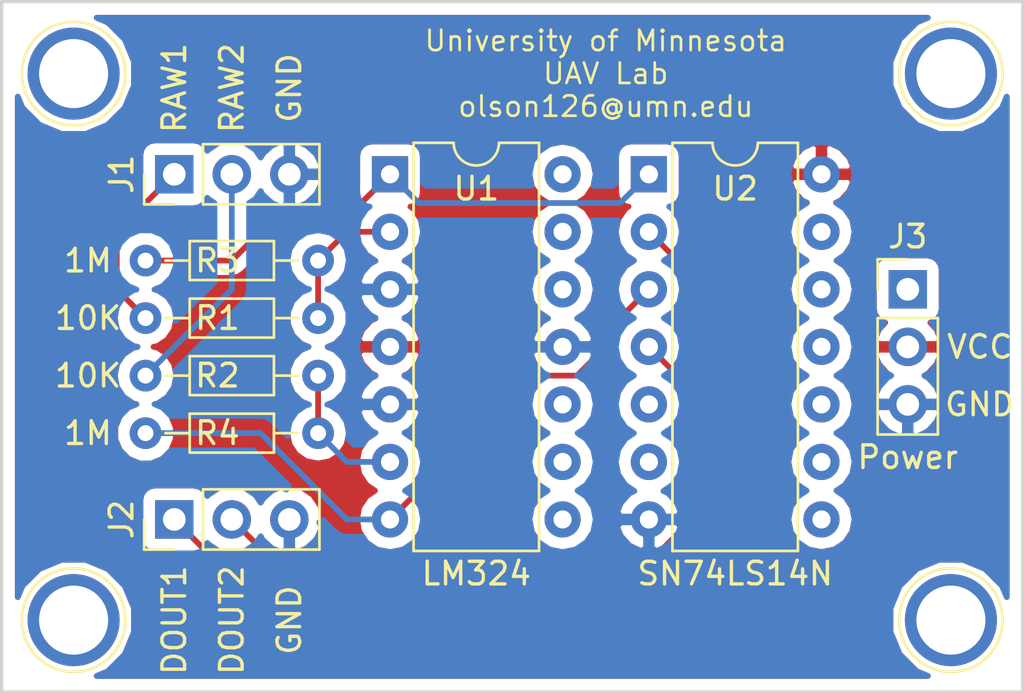
<source format=kicad_pcb>
(kicad_pcb (version 4) (host pcbnew 4.0.7)

  (general
    (links 20)
    (no_connects 0)
    (area 132.004999 96.942 177.240001 129.17)
    (thickness 1.6)
    (drawings 13)
    (tracks 37)
    (zones 0)
    (modules 13)
    (nets 20)
  )

  (page A4)
  (layers
    (0 F.Cu signal)
    (31 B.Cu signal)
    (32 B.Adhes user)
    (33 F.Adhes user)
    (34 B.Paste user)
    (35 F.Paste user)
    (36 B.SilkS user)
    (37 F.SilkS user)
    (38 B.Mask user)
    (39 F.Mask user)
    (40 Dwgs.User user)
    (41 Cmts.User user)
    (42 Eco1.User user)
    (43 Eco2.User user)
    (44 Edge.Cuts user)
    (45 Margin user)
    (46 B.CrtYd user)
    (47 F.CrtYd user)
    (48 B.Fab user)
    (49 F.Fab user)
  )

  (setup
    (last_trace_width 0.25)
    (user_trace_width 0.254)
    (user_trace_width 0.3048)
    (user_trace_width 0.508)
    (trace_clearance 0.2)
    (zone_clearance 0.508)
    (zone_45_only no)
    (trace_min 0.2)
    (segment_width 0.2)
    (edge_width 0.15)
    (via_size 0.6)
    (via_drill 0.4)
    (via_min_size 0.4)
    (via_min_drill 0.3)
    (uvia_size 0.3)
    (uvia_drill 0.1)
    (uvias_allowed no)
    (uvia_min_size 0)
    (uvia_min_drill 0)
    (pcb_text_width 0.3)
    (pcb_text_size 1.5 1.5)
    (mod_edge_width 0.15)
    (mod_text_size 1 1)
    (mod_text_width 0.15)
    (pad_size 1.524 1.524)
    (pad_drill 0.762)
    (pad_to_mask_clearance 0.2)
    (aux_axis_origin 0 0)
    (visible_elements FFFFFF7F)
    (pcbplotparams
      (layerselection 0x00030_80000001)
      (usegerberextensions false)
      (excludeedgelayer true)
      (linewidth 0.100000)
      (plotframeref false)
      (viasonmask false)
      (mode 1)
      (useauxorigin false)
      (hpglpennumber 1)
      (hpglpenspeed 20)
      (hpglpendiameter 15)
      (hpglpenoverlay 2)
      (psnegative false)
      (psa4output false)
      (plotreference true)
      (plotvalue true)
      (plotinvisibletext false)
      (padsonsilk false)
      (subtractmaskfromsilk false)
      (outputformat 1)
      (mirror false)
      (drillshape 1)
      (scaleselection 1)
      (outputdirectory ""))
  )

  (net 0 "")
  (net 1 /RAW1)
  (net 2 /RAW2)
  (net 3 GND)
  (net 4 /DOUT1)
  (net 5 /DOUT2)
  (net 6 "Net-(R1-Pad1)")
  (net 7 "Net-(R2-Pad1)")
  (net 8 /AMP1)
  (net 9 /AMP2)
  (net 10 VCC)
  (net 11 "Net-(U2-Pad8)")
  (net 12 "Net-(U2-Pad9)")
  (net 13 "Net-(U2-Pad10)")
  (net 14 "Net-(U2-Pad11)")
  (net 15 "Net-(U2-Pad5)")
  (net 16 "Net-(U2-Pad12)")
  (net 17 "Net-(U2-Pad6)")
  (net 18 "Net-(U2-Pad13)")
  (net 19 "Net-(J3-Pad1)")

  (net_class Default "This is the default net class."
    (clearance 0.2)
    (trace_width 0.25)
    (via_dia 0.6)
    (via_drill 0.4)
    (uvia_dia 0.3)
    (uvia_drill 0.1)
    (add_net /AMP1)
    (add_net /AMP2)
    (add_net /DOUT1)
    (add_net /DOUT2)
    (add_net /RAW1)
    (add_net /RAW2)
    (add_net GND)
    (add_net "Net-(J3-Pad1)")
    (add_net "Net-(R1-Pad1)")
    (add_net "Net-(R2-Pad1)")
    (add_net "Net-(U2-Pad10)")
    (add_net "Net-(U2-Pad11)")
    (add_net "Net-(U2-Pad12)")
    (add_net "Net-(U2-Pad13)")
    (add_net "Net-(U2-Pad5)")
    (add_net "Net-(U2-Pad6)")
    (add_net "Net-(U2-Pad8)")
    (add_net "Net-(U2-Pad9)")
    (add_net VCC)
  )

  (module Housings_DIP:DIP-14_W7.62mm (layer F.Cu) (tedit 5A7DC0D9) (tstamp 5A7CB20C)
    (at 149.225 105.41)
    (descr "14-lead dip package, row spacing 7.62 mm (300 mils)")
    (tags "DIL DIP PDIP 2.54mm 7.62mm 300mil")
    (path /5A7C8168)
    (fp_text reference U1 (at 3.81 0.635) (layer F.SilkS)
      (effects (font (size 1 1) (thickness 0.15)))
    )
    (fp_text value LM324 (at 3.81 17.63) (layer F.SilkS)
      (effects (font (size 1 1) (thickness 0.15)))
    )
    (fp_text user %R (at 3.81 7.62) (layer F.Fab) hide
      (effects (font (size 1 1) (thickness 0.15)))
    )
    (fp_line (start 1.635 -1.27) (end 6.985 -1.27) (layer F.Fab) (width 0.1))
    (fp_line (start 6.985 -1.27) (end 6.985 16.51) (layer F.Fab) (width 0.1))
    (fp_line (start 6.985 16.51) (end 0.635 16.51) (layer F.Fab) (width 0.1))
    (fp_line (start 0.635 16.51) (end 0.635 -0.27) (layer F.Fab) (width 0.1))
    (fp_line (start 0.635 -0.27) (end 1.635 -1.27) (layer F.Fab) (width 0.1))
    (fp_line (start 2.81 -1.39) (end 1.04 -1.39) (layer F.SilkS) (width 0.12))
    (fp_line (start 1.04 -1.39) (end 1.04 16.63) (layer F.SilkS) (width 0.12))
    (fp_line (start 1.04 16.63) (end 6.58 16.63) (layer F.SilkS) (width 0.12))
    (fp_line (start 6.58 16.63) (end 6.58 -1.39) (layer F.SilkS) (width 0.12))
    (fp_line (start 6.58 -1.39) (end 4.81 -1.39) (layer F.SilkS) (width 0.12))
    (fp_line (start -1.1 -1.6) (end -1.1 16.8) (layer F.CrtYd) (width 0.05))
    (fp_line (start -1.1 16.8) (end 8.7 16.8) (layer F.CrtYd) (width 0.05))
    (fp_line (start 8.7 16.8) (end 8.7 -1.6) (layer F.CrtYd) (width 0.05))
    (fp_line (start 8.7 -1.6) (end -1.1 -1.6) (layer F.CrtYd) (width 0.05))
    (fp_arc (start 3.81 -1.39) (end 2.81 -1.39) (angle -180) (layer F.SilkS) (width 0.12))
    (pad 1 thru_hole rect (at 0 0) (size 1.6 1.6) (drill 0.8) (layers *.Cu *.Mask)
      (net 8 /AMP1))
    (pad 8 thru_hole oval (at 7.62 15.24) (size 1.6 1.6) (drill 0.8) (layers *.Cu *.Mask))
    (pad 2 thru_hole oval (at 0 2.54) (size 1.6 1.6) (drill 0.8) (layers *.Cu *.Mask)
      (net 6 "Net-(R1-Pad1)"))
    (pad 9 thru_hole oval (at 7.62 12.7) (size 1.6 1.6) (drill 0.8) (layers *.Cu *.Mask))
    (pad 3 thru_hole oval (at 0 5.08) (size 1.6 1.6) (drill 0.8) (layers *.Cu *.Mask)
      (net 3 GND))
    (pad 10 thru_hole oval (at 7.62 10.16) (size 1.6 1.6) (drill 0.8) (layers *.Cu *.Mask))
    (pad 4 thru_hole oval (at 0 7.62) (size 1.6 1.6) (drill 0.8) (layers *.Cu *.Mask)
      (net 10 VCC))
    (pad 11 thru_hole oval (at 7.62 7.62) (size 1.6 1.6) (drill 0.8) (layers *.Cu *.Mask)
      (net 3 GND))
    (pad 5 thru_hole oval (at 0 10.16) (size 1.6 1.6) (drill 0.8) (layers *.Cu *.Mask)
      (net 3 GND))
    (pad 12 thru_hole oval (at 7.62 5.08) (size 1.6 1.6) (drill 0.8) (layers *.Cu *.Mask))
    (pad 6 thru_hole oval (at 0 12.7) (size 1.6 1.6) (drill 0.8) (layers *.Cu *.Mask)
      (net 7 "Net-(R2-Pad1)"))
    (pad 13 thru_hole oval (at 7.62 2.54) (size 1.6 1.6) (drill 0.8) (layers *.Cu *.Mask))
    (pad 7 thru_hole oval (at 0 15.24) (size 1.6 1.6) (drill 0.8) (layers *.Cu *.Mask)
      (net 9 /AMP2))
    (pad 14 thru_hole oval (at 7.62 0) (size 1.6 1.6) (drill 0.8) (layers *.Cu *.Mask))
    (model ${KISYS3DMOD}/Housings_DIP.3dshapes/DIP-14_W7.62mm.wrl
      (at (xyz 0 0 0))
      (scale (xyz 1 1 1))
      (rotate (xyz 0 0 0))
    )
  )

  (module Pin_Headers:Pin_Header_Straight_1x03_Pitch2.54mm (layer F.Cu) (tedit 5A7CBCE2) (tstamp 5A7CB1DB)
    (at 139.7 105.41 90)
    (descr "Through hole straight pin header, 1x03, 2.54mm pitch, single row")
    (tags "Through hole pin header THT 1x03 2.54mm single row")
    (path /5A7C8F0C)
    (fp_text reference J1 (at 0 -2.33 90) (layer F.SilkS)
      (effects (font (size 1 1) (thickness 0.15)))
    )
    (fp_text value "Analog In" (at 0 7.41 90) (layer F.Fab) hide
      (effects (font (size 1 1) (thickness 0.15)))
    )
    (fp_line (start -0.635 -1.27) (end 1.27 -1.27) (layer F.Fab) (width 0.1))
    (fp_line (start 1.27 -1.27) (end 1.27 6.35) (layer F.Fab) (width 0.1))
    (fp_line (start 1.27 6.35) (end -1.27 6.35) (layer F.Fab) (width 0.1))
    (fp_line (start -1.27 6.35) (end -1.27 -0.635) (layer F.Fab) (width 0.1))
    (fp_line (start -1.27 -0.635) (end -0.635 -1.27) (layer F.Fab) (width 0.1))
    (fp_line (start -1.33 6.41) (end 1.33 6.41) (layer F.SilkS) (width 0.12))
    (fp_line (start -1.33 1.27) (end -1.33 6.41) (layer F.SilkS) (width 0.12))
    (fp_line (start 1.33 1.27) (end 1.33 6.41) (layer F.SilkS) (width 0.12))
    (fp_line (start -1.33 1.27) (end 1.33 1.27) (layer F.SilkS) (width 0.12))
    (fp_line (start -1.33 0) (end -1.33 -1.33) (layer F.SilkS) (width 0.12))
    (fp_line (start -1.33 -1.33) (end 0 -1.33) (layer F.SilkS) (width 0.12))
    (fp_line (start -1.8 -1.8) (end -1.8 6.85) (layer F.CrtYd) (width 0.05))
    (fp_line (start -1.8 6.85) (end 1.8 6.85) (layer F.CrtYd) (width 0.05))
    (fp_line (start 1.8 6.85) (end 1.8 -1.8) (layer F.CrtYd) (width 0.05))
    (fp_line (start 1.8 -1.8) (end -1.8 -1.8) (layer F.CrtYd) (width 0.05))
    (fp_text user %R (at 0 2.54 180) (layer F.Fab)
      (effects (font (size 1 1) (thickness 0.15)))
    )
    (pad 1 thru_hole rect (at 0 0 90) (size 1.7 1.7) (drill 1) (layers *.Cu *.Mask)
      (net 1 /RAW1))
    (pad 2 thru_hole oval (at 0 2.54 90) (size 1.7 1.7) (drill 1) (layers *.Cu *.Mask)
      (net 2 /RAW2))
    (pad 3 thru_hole oval (at 0 5.08 90) (size 1.7 1.7) (drill 1) (layers *.Cu *.Mask)
      (net 3 GND))
    (model ${KISYS3DMOD}/Pin_Headers.3dshapes/Pin_Header_Straight_1x03_Pitch2.54mm.wrl
      (at (xyz 0 0 0))
      (scale (xyz 1 1 1))
      (rotate (xyz 0 0 0))
    )
  )

  (module Pin_Headers:Pin_Header_Straight_1x03_Pitch2.54mm (layer F.Cu) (tedit 5A7CBCE5) (tstamp 5A7CB1E2)
    (at 139.7 120.65 90)
    (descr "Through hole straight pin header, 1x03, 2.54mm pitch, single row")
    (tags "Through hole pin header THT 1x03 2.54mm single row")
    (path /5A7CAACC)
    (fp_text reference J2 (at 0 -2.33 90) (layer F.SilkS)
      (effects (font (size 1 1) (thickness 0.15)))
    )
    (fp_text value "Digital Out" (at 0 7.41 90) (layer F.Fab) hide
      (effects (font (size 1 1) (thickness 0.15)))
    )
    (fp_line (start -0.635 -1.27) (end 1.27 -1.27) (layer F.Fab) (width 0.1))
    (fp_line (start 1.27 -1.27) (end 1.27 6.35) (layer F.Fab) (width 0.1))
    (fp_line (start 1.27 6.35) (end -1.27 6.35) (layer F.Fab) (width 0.1))
    (fp_line (start -1.27 6.35) (end -1.27 -0.635) (layer F.Fab) (width 0.1))
    (fp_line (start -1.27 -0.635) (end -0.635 -1.27) (layer F.Fab) (width 0.1))
    (fp_line (start -1.33 6.41) (end 1.33 6.41) (layer F.SilkS) (width 0.12))
    (fp_line (start -1.33 1.27) (end -1.33 6.41) (layer F.SilkS) (width 0.12))
    (fp_line (start 1.33 1.27) (end 1.33 6.41) (layer F.SilkS) (width 0.12))
    (fp_line (start -1.33 1.27) (end 1.33 1.27) (layer F.SilkS) (width 0.12))
    (fp_line (start -1.33 0) (end -1.33 -1.33) (layer F.SilkS) (width 0.12))
    (fp_line (start -1.33 -1.33) (end 0 -1.33) (layer F.SilkS) (width 0.12))
    (fp_line (start -1.8 -1.8) (end -1.8 6.85) (layer F.CrtYd) (width 0.05))
    (fp_line (start -1.8 6.85) (end 1.8 6.85) (layer F.CrtYd) (width 0.05))
    (fp_line (start 1.8 6.85) (end 1.8 -1.8) (layer F.CrtYd) (width 0.05))
    (fp_line (start 1.8 -1.8) (end -1.8 -1.8) (layer F.CrtYd) (width 0.05))
    (fp_text user %R (at 0 2.54 180) (layer F.Fab)
      (effects (font (size 1 1) (thickness 0.15)))
    )
    (pad 1 thru_hole rect (at 0 0 90) (size 1.7 1.7) (drill 1) (layers *.Cu *.Mask)
      (net 4 /DOUT1))
    (pad 2 thru_hole oval (at 0 2.54 90) (size 1.7 1.7) (drill 1) (layers *.Cu *.Mask)
      (net 5 /DOUT2))
    (pad 3 thru_hole oval (at 0 5.08 90) (size 1.7 1.7) (drill 1) (layers *.Cu *.Mask)
      (net 3 GND))
    (model ${KISYS3DMOD}/Pin_Headers.3dshapes/Pin_Header_Straight_1x03_Pitch2.54mm.wrl
      (at (xyz 0 0 0))
      (scale (xyz 1 1 1))
      (rotate (xyz 0 0 0))
    )
  )

  (module Resistors_THT:R_Axial_DIN0204_L3.6mm_D1.6mm_P7.62mm_Horizontal (layer F.Cu) (tedit 5A7CB95A) (tstamp 5A7CB1E8)
    (at 146.05 111.76 180)
    (descr "Resistor, Axial_DIN0204 series, Axial, Horizontal, pin pitch=7.62mm, 0.16666666666666666W = 1/6W, length*diameter=3.6*1.6mm^2, http://cdn-reichelt.de/documents/datenblatt/B400/1_4W%23YAG.pdf")
    (tags "Resistor Axial_DIN0204 series Axial Horizontal pin pitch 7.62mm 0.16666666666666666W = 1/6W length 3.6mm diameter 1.6mm")
    (path /5A7C8874)
    (fp_text reference R1 (at 4.445 0 180) (layer F.SilkS)
      (effects (font (size 1 1) (thickness 0.15)))
    )
    (fp_text value 10K (at 10.16 0 180) (layer F.SilkS)
      (effects (font (size 1 1) (thickness 0.15)))
    )
    (fp_line (start 2.01 -0.8) (end 2.01 0.8) (layer F.Fab) (width 0.1))
    (fp_line (start 2.01 0.8) (end 5.61 0.8) (layer F.Fab) (width 0.1))
    (fp_line (start 5.61 0.8) (end 5.61 -0.8) (layer F.Fab) (width 0.1))
    (fp_line (start 5.61 -0.8) (end 2.01 -0.8) (layer F.Fab) (width 0.1))
    (fp_line (start 0 0) (end 2.01 0) (layer F.Fab) (width 0.1))
    (fp_line (start 7.62 0) (end 5.61 0) (layer F.Fab) (width 0.1))
    (fp_line (start 1.95 -0.86) (end 1.95 0.86) (layer F.SilkS) (width 0.12))
    (fp_line (start 1.95 0.86) (end 5.67 0.86) (layer F.SilkS) (width 0.12))
    (fp_line (start 5.67 0.86) (end 5.67 -0.86) (layer F.SilkS) (width 0.12))
    (fp_line (start 5.67 -0.86) (end 1.95 -0.86) (layer F.SilkS) (width 0.12))
    (fp_line (start 0.88 0) (end 1.95 0) (layer F.SilkS) (width 0.12))
    (fp_line (start 6.74 0) (end 5.67 0) (layer F.SilkS) (width 0.12))
    (fp_line (start -0.95 -1.15) (end -0.95 1.15) (layer F.CrtYd) (width 0.05))
    (fp_line (start -0.95 1.15) (end 8.6 1.15) (layer F.CrtYd) (width 0.05))
    (fp_line (start 8.6 1.15) (end 8.6 -1.15) (layer F.CrtYd) (width 0.05))
    (fp_line (start 8.6 -1.15) (end -0.95 -1.15) (layer F.CrtYd) (width 0.05))
    (pad 1 thru_hole circle (at 0 0 180) (size 1.4 1.4) (drill 0.7) (layers *.Cu *.Mask)
      (net 6 "Net-(R1-Pad1)"))
    (pad 2 thru_hole oval (at 7.62 0 180) (size 1.4 1.4) (drill 0.7) (layers *.Cu *.Mask)
      (net 1 /RAW1))
    (model ${KISYS3DMOD}/Resistors_THT.3dshapes/R_Axial_DIN0204_L3.6mm_D1.6mm_P7.62mm_Horizontal.wrl
      (at (xyz 0 0 0))
      (scale (xyz 0.393701 0.393701 0.393701))
      (rotate (xyz 0 0 0))
    )
  )

  (module Resistors_THT:R_Axial_DIN0204_L3.6mm_D1.6mm_P7.62mm_Horizontal (layer F.Cu) (tedit 5A7CB95F) (tstamp 5A7CB1EE)
    (at 146.05 114.3 180)
    (descr "Resistor, Axial_DIN0204 series, Axial, Horizontal, pin pitch=7.62mm, 0.16666666666666666W = 1/6W, length*diameter=3.6*1.6mm^2, http://cdn-reichelt.de/documents/datenblatt/B400/1_4W%23YAG.pdf")
    (tags "Resistor Axial_DIN0204 series Axial Horizontal pin pitch 7.62mm 0.16666666666666666W = 1/6W length 3.6mm diameter 1.6mm")
    (path /5A7C890E)
    (fp_text reference R2 (at 4.445 0 180) (layer F.SilkS)
      (effects (font (size 1 1) (thickness 0.15)))
    )
    (fp_text value 10K (at 10.16 0 180) (layer F.SilkS)
      (effects (font (size 1 1) (thickness 0.15)))
    )
    (fp_line (start 2.01 -0.8) (end 2.01 0.8) (layer F.Fab) (width 0.1))
    (fp_line (start 2.01 0.8) (end 5.61 0.8) (layer F.Fab) (width 0.1))
    (fp_line (start 5.61 0.8) (end 5.61 -0.8) (layer F.Fab) (width 0.1))
    (fp_line (start 5.61 -0.8) (end 2.01 -0.8) (layer F.Fab) (width 0.1))
    (fp_line (start 0 0) (end 2.01 0) (layer F.Fab) (width 0.1))
    (fp_line (start 7.62 0) (end 5.61 0) (layer F.Fab) (width 0.1))
    (fp_line (start 1.95 -0.86) (end 1.95 0.86) (layer F.SilkS) (width 0.12))
    (fp_line (start 1.95 0.86) (end 5.67 0.86) (layer F.SilkS) (width 0.12))
    (fp_line (start 5.67 0.86) (end 5.67 -0.86) (layer F.SilkS) (width 0.12))
    (fp_line (start 5.67 -0.86) (end 1.95 -0.86) (layer F.SilkS) (width 0.12))
    (fp_line (start 0.88 0) (end 1.95 0) (layer F.SilkS) (width 0.12))
    (fp_line (start 6.74 0) (end 5.67 0) (layer F.SilkS) (width 0.12))
    (fp_line (start -0.95 -1.15) (end -0.95 1.15) (layer F.CrtYd) (width 0.05))
    (fp_line (start -0.95 1.15) (end 8.6 1.15) (layer F.CrtYd) (width 0.05))
    (fp_line (start 8.6 1.15) (end 8.6 -1.15) (layer F.CrtYd) (width 0.05))
    (fp_line (start 8.6 -1.15) (end -0.95 -1.15) (layer F.CrtYd) (width 0.05))
    (pad 1 thru_hole circle (at 0 0 180) (size 1.4 1.4) (drill 0.7) (layers *.Cu *.Mask)
      (net 7 "Net-(R2-Pad1)"))
    (pad 2 thru_hole oval (at 7.62 0 180) (size 1.4 1.4) (drill 0.7) (layers *.Cu *.Mask)
      (net 2 /RAW2))
    (model ${KISYS3DMOD}/Resistors_THT.3dshapes/R_Axial_DIN0204_L3.6mm_D1.6mm_P7.62mm_Horizontal.wrl
      (at (xyz 0 0 0))
      (scale (xyz 0.393701 0.393701 0.393701))
      (rotate (xyz 0 0 0))
    )
  )

  (module Resistors_THT:R_Axial_DIN0204_L3.6mm_D1.6mm_P7.62mm_Horizontal (layer F.Cu) (tedit 5A7CB954) (tstamp 5A7CB1F4)
    (at 138.43 109.22)
    (descr "Resistor, Axial_DIN0204 series, Axial, Horizontal, pin pitch=7.62mm, 0.16666666666666666W = 1/6W, length*diameter=3.6*1.6mm^2, http://cdn-reichelt.de/documents/datenblatt/B400/1_4W%23YAG.pdf")
    (tags "Resistor Axial_DIN0204 series Axial Horizontal pin pitch 7.62mm 0.16666666666666666W = 1/6W length 3.6mm diameter 1.6mm")
    (path /5A7C894A)
    (fp_text reference R3 (at 3.175 0) (layer F.SilkS)
      (effects (font (size 1 1) (thickness 0.15)))
    )
    (fp_text value 1M (at -2.54 0) (layer F.SilkS)
      (effects (font (size 1 1) (thickness 0.15)))
    )
    (fp_line (start 2.01 -0.8) (end 2.01 0.8) (layer F.Fab) (width 0.1))
    (fp_line (start 2.01 0.8) (end 5.61 0.8) (layer F.Fab) (width 0.1))
    (fp_line (start 5.61 0.8) (end 5.61 -0.8) (layer F.Fab) (width 0.1))
    (fp_line (start 5.61 -0.8) (end 2.01 -0.8) (layer F.Fab) (width 0.1))
    (fp_line (start 0 0) (end 2.01 0) (layer F.Fab) (width 0.1))
    (fp_line (start 7.62 0) (end 5.61 0) (layer F.Fab) (width 0.1))
    (fp_line (start 1.95 -0.86) (end 1.95 0.86) (layer F.SilkS) (width 0.12))
    (fp_line (start 1.95 0.86) (end 5.67 0.86) (layer F.SilkS) (width 0.12))
    (fp_line (start 5.67 0.86) (end 5.67 -0.86) (layer F.SilkS) (width 0.12))
    (fp_line (start 5.67 -0.86) (end 1.95 -0.86) (layer F.SilkS) (width 0.12))
    (fp_line (start 0.88 0) (end 1.95 0) (layer F.SilkS) (width 0.12))
    (fp_line (start 6.74 0) (end 5.67 0) (layer F.SilkS) (width 0.12))
    (fp_line (start -0.95 -1.15) (end -0.95 1.15) (layer F.CrtYd) (width 0.05))
    (fp_line (start -0.95 1.15) (end 8.6 1.15) (layer F.CrtYd) (width 0.05))
    (fp_line (start 8.6 1.15) (end 8.6 -1.15) (layer F.CrtYd) (width 0.05))
    (fp_line (start 8.6 -1.15) (end -0.95 -1.15) (layer F.CrtYd) (width 0.05))
    (pad 1 thru_hole circle (at 0 0) (size 1.4 1.4) (drill 0.7) (layers *.Cu *.Mask)
      (net 8 /AMP1))
    (pad 2 thru_hole oval (at 7.62 0) (size 1.4 1.4) (drill 0.7) (layers *.Cu *.Mask)
      (net 6 "Net-(R1-Pad1)"))
    (model ${KISYS3DMOD}/Resistors_THT.3dshapes/R_Axial_DIN0204_L3.6mm_D1.6mm_P7.62mm_Horizontal.wrl
      (at (xyz 0 0 0))
      (scale (xyz 0.393701 0.393701 0.393701))
      (rotate (xyz 0 0 0))
    )
  )

  (module Resistors_THT:R_Axial_DIN0204_L3.6mm_D1.6mm_P7.62mm_Horizontal (layer F.Cu) (tedit 5A7CB965) (tstamp 5A7CB1FA)
    (at 138.43 116.84)
    (descr "Resistor, Axial_DIN0204 series, Axial, Horizontal, pin pitch=7.62mm, 0.16666666666666666W = 1/6W, length*diameter=3.6*1.6mm^2, http://cdn-reichelt.de/documents/datenblatt/B400/1_4W%23YAG.pdf")
    (tags "Resistor Axial_DIN0204 series Axial Horizontal pin pitch 7.62mm 0.16666666666666666W = 1/6W length 3.6mm diameter 1.6mm")
    (path /5A7C8A4D)
    (fp_text reference R4 (at 3.175 0) (layer F.SilkS)
      (effects (font (size 1 1) (thickness 0.15)))
    )
    (fp_text value 1M (at -2.54 0) (layer F.SilkS)
      (effects (font (size 1 1) (thickness 0.15)))
    )
    (fp_line (start 2.01 -0.8) (end 2.01 0.8) (layer F.Fab) (width 0.1))
    (fp_line (start 2.01 0.8) (end 5.61 0.8) (layer F.Fab) (width 0.1))
    (fp_line (start 5.61 0.8) (end 5.61 -0.8) (layer F.Fab) (width 0.1))
    (fp_line (start 5.61 -0.8) (end 2.01 -0.8) (layer F.Fab) (width 0.1))
    (fp_line (start 0 0) (end 2.01 0) (layer F.Fab) (width 0.1))
    (fp_line (start 7.62 0) (end 5.61 0) (layer F.Fab) (width 0.1))
    (fp_line (start 1.95 -0.86) (end 1.95 0.86) (layer F.SilkS) (width 0.12))
    (fp_line (start 1.95 0.86) (end 5.67 0.86) (layer F.SilkS) (width 0.12))
    (fp_line (start 5.67 0.86) (end 5.67 -0.86) (layer F.SilkS) (width 0.12))
    (fp_line (start 5.67 -0.86) (end 1.95 -0.86) (layer F.SilkS) (width 0.12))
    (fp_line (start 0.88 0) (end 1.95 0) (layer F.SilkS) (width 0.12))
    (fp_line (start 6.74 0) (end 5.67 0) (layer F.SilkS) (width 0.12))
    (fp_line (start -0.95 -1.15) (end -0.95 1.15) (layer F.CrtYd) (width 0.05))
    (fp_line (start -0.95 1.15) (end 8.6 1.15) (layer F.CrtYd) (width 0.05))
    (fp_line (start 8.6 1.15) (end 8.6 -1.15) (layer F.CrtYd) (width 0.05))
    (fp_line (start 8.6 -1.15) (end -0.95 -1.15) (layer F.CrtYd) (width 0.05))
    (pad 1 thru_hole circle (at 0 0) (size 1.4 1.4) (drill 0.7) (layers *.Cu *.Mask)
      (net 9 /AMP2))
    (pad 2 thru_hole oval (at 7.62 0) (size 1.4 1.4) (drill 0.7) (layers *.Cu *.Mask)
      (net 7 "Net-(R2-Pad1)"))
    (model ${KISYS3DMOD}/Resistors_THT.3dshapes/R_Axial_DIN0204_L3.6mm_D1.6mm_P7.62mm_Horizontal.wrl
      (at (xyz 0 0 0))
      (scale (xyz 0.393701 0.393701 0.393701))
      (rotate (xyz 0 0 0))
    )
  )

  (module Housings_DIP:DIP-14_W7.62mm (layer F.Cu) (tedit 5A7DC0DC) (tstamp 5A7CB21E)
    (at 160.655 105.41)
    (descr "14-lead dip package, row spacing 7.62 mm (300 mils)")
    (tags "DIL DIP PDIP 2.54mm 7.62mm 300mil")
    (path /5A7CA574)
    (fp_text reference U2 (at 3.81 0.635) (layer F.SilkS)
      (effects (font (size 1 1) (thickness 0.15)))
    )
    (fp_text value SN74LS14N (at 3.81 17.63) (layer F.SilkS)
      (effects (font (size 1 1) (thickness 0.15)))
    )
    (fp_text user %R (at 3.81 7.62) (layer F.Fab) hide
      (effects (font (size 1 1) (thickness 0.15)))
    )
    (fp_line (start 1.635 -1.27) (end 6.985 -1.27) (layer F.Fab) (width 0.1))
    (fp_line (start 6.985 -1.27) (end 6.985 16.51) (layer F.Fab) (width 0.1))
    (fp_line (start 6.985 16.51) (end 0.635 16.51) (layer F.Fab) (width 0.1))
    (fp_line (start 0.635 16.51) (end 0.635 -0.27) (layer F.Fab) (width 0.1))
    (fp_line (start 0.635 -0.27) (end 1.635 -1.27) (layer F.Fab) (width 0.1))
    (fp_line (start 2.81 -1.39) (end 1.04 -1.39) (layer F.SilkS) (width 0.12))
    (fp_line (start 1.04 -1.39) (end 1.04 16.63) (layer F.SilkS) (width 0.12))
    (fp_line (start 1.04 16.63) (end 6.58 16.63) (layer F.SilkS) (width 0.12))
    (fp_line (start 6.58 16.63) (end 6.58 -1.39) (layer F.SilkS) (width 0.12))
    (fp_line (start 6.58 -1.39) (end 4.81 -1.39) (layer F.SilkS) (width 0.12))
    (fp_line (start -1.1 -1.6) (end -1.1 16.8) (layer F.CrtYd) (width 0.05))
    (fp_line (start -1.1 16.8) (end 8.7 16.8) (layer F.CrtYd) (width 0.05))
    (fp_line (start 8.7 16.8) (end 8.7 -1.6) (layer F.CrtYd) (width 0.05))
    (fp_line (start 8.7 -1.6) (end -1.1 -1.6) (layer F.CrtYd) (width 0.05))
    (fp_arc (start 3.81 -1.39) (end 2.81 -1.39) (angle -180) (layer F.SilkS) (width 0.12))
    (pad 1 thru_hole rect (at 0 0) (size 1.6 1.6) (drill 0.8) (layers *.Cu *.Mask)
      (net 8 /AMP1))
    (pad 8 thru_hole oval (at 7.62 15.24) (size 1.6 1.6) (drill 0.8) (layers *.Cu *.Mask)
      (net 11 "Net-(U2-Pad8)"))
    (pad 2 thru_hole oval (at 0 2.54) (size 1.6 1.6) (drill 0.8) (layers *.Cu *.Mask)
      (net 4 /DOUT1))
    (pad 9 thru_hole oval (at 7.62 12.7) (size 1.6 1.6) (drill 0.8) (layers *.Cu *.Mask)
      (net 12 "Net-(U2-Pad9)"))
    (pad 3 thru_hole oval (at 0 5.08) (size 1.6 1.6) (drill 0.8) (layers *.Cu *.Mask)
      (net 9 /AMP2))
    (pad 10 thru_hole oval (at 7.62 10.16) (size 1.6 1.6) (drill 0.8) (layers *.Cu *.Mask)
      (net 13 "Net-(U2-Pad10)"))
    (pad 4 thru_hole oval (at 0 7.62) (size 1.6 1.6) (drill 0.8) (layers *.Cu *.Mask)
      (net 5 /DOUT2))
    (pad 11 thru_hole oval (at 7.62 7.62) (size 1.6 1.6) (drill 0.8) (layers *.Cu *.Mask)
      (net 14 "Net-(U2-Pad11)"))
    (pad 5 thru_hole oval (at 0 10.16) (size 1.6 1.6) (drill 0.8) (layers *.Cu *.Mask)
      (net 15 "Net-(U2-Pad5)"))
    (pad 12 thru_hole oval (at 7.62 5.08) (size 1.6 1.6) (drill 0.8) (layers *.Cu *.Mask)
      (net 16 "Net-(U2-Pad12)"))
    (pad 6 thru_hole oval (at 0 12.7) (size 1.6 1.6) (drill 0.8) (layers *.Cu *.Mask)
      (net 17 "Net-(U2-Pad6)"))
    (pad 13 thru_hole oval (at 7.62 2.54) (size 1.6 1.6) (drill 0.8) (layers *.Cu *.Mask)
      (net 18 "Net-(U2-Pad13)"))
    (pad 7 thru_hole oval (at 0 15.24) (size 1.6 1.6) (drill 0.8) (layers *.Cu *.Mask)
      (net 3 GND))
    (pad 14 thru_hole oval (at 7.62 0) (size 1.6 1.6) (drill 0.8) (layers *.Cu *.Mask)
      (net 10 VCC))
    (model ${KISYS3DMOD}/Housings_DIP.3dshapes/DIP-14_W7.62mm.wrl
      (at (xyz 0 0 0))
      (scale (xyz 1 1 1))
      (rotate (xyz 0 0 0))
    )
  )

  (module Connectors:1pin (layer F.Cu) (tedit 5A7CBBC0) (tstamp 5A7CBB3B)
    (at 135.255 100.965)
    (descr "module 1 pin (ou trou mecanique de percage)")
    (tags DEV)
    (fp_text reference REF** (at 0 -3.048) (layer F.SilkS) hide
      (effects (font (size 1 1) (thickness 0.15)))
    )
    (fp_text value 1pin (at 0 3) (layer F.Fab) hide
      (effects (font (size 1 1) (thickness 0.15)))
    )
    (fp_circle (center 0 0) (end 2 0.8) (layer F.Fab) (width 0.1))
    (fp_circle (center 0 0) (end 2.6 0) (layer F.CrtYd) (width 0.05))
    (fp_circle (center 0 0) (end 0 -2.286) (layer F.SilkS) (width 0.12))
    (pad 1 thru_hole circle (at 0 0) (size 4.064 4.064) (drill 3.048) (layers *.Cu *.Mask))
  )

  (module Connectors:1pin (layer F.Cu) (tedit 5A7CBBC3) (tstamp 5A7CBB54)
    (at 135.255 125.095)
    (descr "module 1 pin (ou trou mecanique de percage)")
    (tags DEV)
    (fp_text reference REF** (at 0 -3.048) (layer F.SilkS) hide
      (effects (font (size 1 1) (thickness 0.15)))
    )
    (fp_text value 1pin (at 0 3) (layer F.Fab) hide
      (effects (font (size 1 1) (thickness 0.15)))
    )
    (fp_circle (center 0 0) (end 2 0.8) (layer F.Fab) (width 0.1))
    (fp_circle (center 0 0) (end 2.6 0) (layer F.CrtYd) (width 0.05))
    (fp_circle (center 0 0) (end 0 -2.286) (layer F.SilkS) (width 0.12))
    (pad 1 thru_hole circle (at 0 0) (size 4.064 4.064) (drill 3.048) (layers *.Cu *.Mask))
  )

  (module Connectors:1pin (layer F.Cu) (tedit 5A7CBBBA) (tstamp 5A7CBB6B)
    (at 173.99 125.095)
    (descr "module 1 pin (ou trou mecanique de percage)")
    (tags DEV)
    (fp_text reference REF** (at 0 -3.048) (layer F.SilkS) hide
      (effects (font (size 1 1) (thickness 0.15)))
    )
    (fp_text value 1pin (at 0 3) (layer F.Fab) hide
      (effects (font (size 1 1) (thickness 0.15)))
    )
    (fp_circle (center 0 0) (end 2 0.8) (layer F.Fab) (width 0.1))
    (fp_circle (center 0 0) (end 2.6 0) (layer F.CrtYd) (width 0.05))
    (fp_circle (center 0 0) (end 0 -2.286) (layer F.SilkS) (width 0.12))
    (pad 1 thru_hole circle (at 0 0) (size 4.064 4.064) (drill 3.048) (layers *.Cu *.Mask))
  )

  (module Connectors:1pin (layer F.Cu) (tedit 5A7CBBBD) (tstamp 5A7CBB7E)
    (at 173.99 100.965)
    (descr "module 1 pin (ou trou mecanique de percage)")
    (tags DEV)
    (fp_text reference REF** (at 0 -3.048) (layer F.SilkS) hide
      (effects (font (size 1 1) (thickness 0.15)))
    )
    (fp_text value 1pin (at 0 3) (layer F.Fab) hide
      (effects (font (size 1 1) (thickness 0.15)))
    )
    (fp_circle (center 0 0) (end 2 0.8) (layer F.Fab) (width 0.1))
    (fp_circle (center 0 0) (end 2.6 0) (layer F.CrtYd) (width 0.05))
    (fp_circle (center 0 0) (end 0 -2.286) (layer F.SilkS) (width 0.12))
    (pad 1 thru_hole circle (at 0 0) (size 4.064 4.064) (drill 3.048) (layers *.Cu *.Mask))
  )

  (module Pin_Headers:Pin_Header_Straight_1x03_Pitch2.54mm (layer F.Cu) (tedit 5A7DC11B) (tstamp 5A7DC0BC)
    (at 172.085 110.49)
    (descr "Through hole straight pin header, 1x03, 2.54mm pitch, single row")
    (tags "Through hole pin header THT 1x03 2.54mm single row")
    (path /5A7DC107)
    (fp_text reference J3 (at 0 -2.33) (layer F.SilkS)
      (effects (font (size 1 1) (thickness 0.15)))
    )
    (fp_text value Power (at 0 7.41) (layer F.SilkS)
      (effects (font (size 1 1) (thickness 0.15)))
    )
    (fp_line (start -0.635 -1.27) (end 1.27 -1.27) (layer F.Fab) (width 0.1))
    (fp_line (start 1.27 -1.27) (end 1.27 6.35) (layer F.Fab) (width 0.1))
    (fp_line (start 1.27 6.35) (end -1.27 6.35) (layer F.Fab) (width 0.1))
    (fp_line (start -1.27 6.35) (end -1.27 -0.635) (layer F.Fab) (width 0.1))
    (fp_line (start -1.27 -0.635) (end -0.635 -1.27) (layer F.Fab) (width 0.1))
    (fp_line (start -1.33 6.41) (end 1.33 6.41) (layer F.SilkS) (width 0.12))
    (fp_line (start -1.33 1.27) (end -1.33 6.41) (layer F.SilkS) (width 0.12))
    (fp_line (start 1.33 1.27) (end 1.33 6.41) (layer F.SilkS) (width 0.12))
    (fp_line (start -1.33 1.27) (end 1.33 1.27) (layer F.SilkS) (width 0.12))
    (fp_line (start -1.33 0) (end -1.33 -1.33) (layer F.SilkS) (width 0.12))
    (fp_line (start -1.33 -1.33) (end 0 -1.33) (layer F.SilkS) (width 0.12))
    (fp_line (start -1.8 -1.8) (end -1.8 6.85) (layer F.CrtYd) (width 0.05))
    (fp_line (start -1.8 6.85) (end 1.8 6.85) (layer F.CrtYd) (width 0.05))
    (fp_line (start 1.8 6.85) (end 1.8 -1.8) (layer F.CrtYd) (width 0.05))
    (fp_line (start 1.8 -1.8) (end -1.8 -1.8) (layer F.CrtYd) (width 0.05))
    (fp_text user %R (at 0 2.54 90) (layer F.Fab)
      (effects (font (size 1 1) (thickness 0.15)))
    )
    (pad 1 thru_hole rect (at 0 0) (size 1.7 1.7) (drill 1) (layers *.Cu *.Mask)
      (net 19 "Net-(J3-Pad1)"))
    (pad 2 thru_hole oval (at 0 2.54) (size 1.7 1.7) (drill 1) (layers *.Cu *.Mask)
      (net 10 VCC))
    (pad 3 thru_hole oval (at 0 5.08) (size 1.7 1.7) (drill 1) (layers *.Cu *.Mask)
      (net 3 GND))
    (model ${KISYS3DMOD}/Pin_Headers.3dshapes/Pin_Header_Straight_1x03_Pitch2.54mm.wrl
      (at (xyz 0 0 0))
      (scale (xyz 1 1 1))
      (rotate (xyz 0 0 0))
    )
  )

  (gr_line (start 177.165 128.27) (end 132.08 128.27) (angle 90) (layer Edge.Cuts) (width 0.15))
  (gr_line (start 177.165 97.79) (end 177.165 128.27) (angle 90) (layer Edge.Cuts) (width 0.15))
  (gr_line (start 132.08 97.79) (end 177.165 97.79) (angle 90) (layer Edge.Cuts) (width 0.15))
  (gr_text GND (at 175.26 115.57) (layer F.SilkS)
    (effects (font (size 1 1) (thickness 0.15)))
  )
  (gr_text VCC (at 175.26 113.03) (layer F.SilkS)
    (effects (font (size 1 1) (thickness 0.15)))
  )
  (gr_line (start 132.08 97.79) (end 132.08 128.27) (angle 90) (layer Edge.Cuts) (width 0.15))
  (gr_text "University of Minnesota\nUAV Lab\nolson126@umn.edu" (at 158.75 100.965) (layer F.SilkS)
    (effects (font (size 0.9 0.9) (thickness 0.12)))
  )
  (gr_text GND (at 144.78 101.6 90) (layer F.SilkS)
    (effects (font (size 1 1) (thickness 0.15)))
  )
  (gr_text GND (at 144.78 125.095 90) (layer F.SilkS)
    (effects (font (size 1 1) (thickness 0.15)))
  )
  (gr_text DOUT2 (at 142.24 125.095 90) (layer F.SilkS)
    (effects (font (size 1 1) (thickness 0.15)))
  )
  (gr_text DOUT1 (at 139.7 125.095 90) (layer F.SilkS)
    (effects (font (size 1 1) (thickness 0.15)))
  )
  (gr_text RAW2 (at 142.24 101.6 90) (layer F.SilkS)
    (effects (font (size 1 1) (thickness 0.15)))
  )
  (gr_text RAW1 (at 139.7 101.6 90) (layer F.SilkS)
    (effects (font (size 1 1) (thickness 0.15)))
  )

  (segment (start 138.43 111.76) (end 137.16 110.49) (width 0.254) (layer F.Cu) (net 1))
  (segment (start 137.16 107.95) (end 139.7 105.41) (width 0.254) (layer F.Cu) (net 1) (tstamp 5A7CB68D))
  (segment (start 137.16 110.49) (end 137.16 107.95) (width 0.254) (layer F.Cu) (net 1) (tstamp 5A7CB68A))
  (segment (start 138.43 114.3) (end 142.24 110.49) (width 0.254) (layer B.Cu) (net 2))
  (segment (start 142.24 110.49) (end 142.24 105.41) (width 0.254) (layer B.Cu) (net 2) (tstamp 5A7CB7B5))
  (segment (start 139.7 120.65) (end 142.24 123.19) (width 0.254) (layer F.Cu) (net 4))
  (segment (start 163.195 110.49) (end 160.655 107.95) (width 0.254) (layer F.Cu) (net 4) (tstamp 5A7CB6FD) (status 20))
  (segment (start 163.195 121.285) (end 163.195 110.49) (width 0.254) (layer F.Cu) (net 4) (tstamp 5A7CB6FB))
  (segment (start 161.29 123.19) (end 163.195 121.285) (width 0.254) (layer F.Cu) (net 4) (tstamp 5A7CB6F8))
  (segment (start 142.24 123.19) (end 161.29 123.19) (width 0.254) (layer F.Cu) (net 4) (tstamp 5A7CB6F3))
  (segment (start 142.24 120.65) (end 144.145 122.555) (width 0.254) (layer F.Cu) (net 5))
  (segment (start 162.56 114.935) (end 160.655 113.03) (width 0.254) (layer F.Cu) (net 5) (tstamp 5A7CB6CC) (status 20))
  (segment (start 162.56 120.65) (end 162.56 114.935) (width 0.254) (layer F.Cu) (net 5) (tstamp 5A7CB6C8))
  (segment (start 160.655 122.555) (end 162.56 120.65) (width 0.254) (layer F.Cu) (net 5) (tstamp 5A7CB6C6))
  (segment (start 144.145 122.555) (end 160.655 122.555) (width 0.254) (layer F.Cu) (net 5) (tstamp 5A7CB6C0))
  (segment (start 146.05 109.22) (end 147.32 107.95) (width 0.254) (layer F.Cu) (net 6))
  (segment (start 147.32 107.95) (end 149.225 107.95) (width 0.254) (layer F.Cu) (net 6) (tstamp 5A7CB673))
  (segment (start 146.05 111.76) (end 146.05 109.22) (width 0.254) (layer F.Cu) (net 6))
  (segment (start 146.05 116.84) (end 147.32 118.11) (width 0.254) (layer B.Cu) (net 7))
  (segment (start 147.32 118.11) (end 149.225 118.11) (width 0.254) (layer B.Cu) (net 7) (tstamp 5A7CB763))
  (segment (start 146.05 116.84) (end 146.05 114.3) (width 0.254) (layer F.Cu) (net 7))
  (segment (start 149.225 105.41) (end 150.495 106.68) (width 0.254) (layer B.Cu) (net 8))
  (segment (start 159.385 106.68) (end 160.655 105.41) (width 0.254) (layer B.Cu) (net 8) (tstamp 5A7CB892) (status 20))
  (segment (start 150.495 106.68) (end 159.385 106.68) (width 0.254) (layer B.Cu) (net 8) (tstamp 5A7CB88D))
  (segment (start 138.43 109.22) (end 142.24 109.22) (width 0.254) (layer F.Cu) (net 8))
  (segment (start 147.32 107.315) (end 149.225 105.41) (width 0.254) (layer F.Cu) (net 8) (tstamp 5A7CB6A7))
  (segment (start 144.145 107.315) (end 147.32 107.315) (width 0.254) (layer F.Cu) (net 8) (tstamp 5A7CB6A3))
  (segment (start 142.24 109.22) (end 144.145 107.315) (width 0.254) (layer F.Cu) (net 8) (tstamp 5A7CB69F))
  (segment (start 138.43 109.22) (end 139.065 109.22) (width 0.254) (layer F.Cu) (net 8))
  (segment (start 149.225 120.65) (end 155.575 114.3) (width 0.254) (layer F.Cu) (net 9))
  (segment (start 158.75 112.395) (end 160.655 110.49) (width 0.254) (layer F.Cu) (net 9) (tstamp 5A7CB844) (status 20))
  (segment (start 158.75 113.03) (end 158.75 112.395) (width 0.254) (layer F.Cu) (net 9) (tstamp 5A7CB83C))
  (segment (start 157.48 114.3) (end 158.75 113.03) (width 0.254) (layer F.Cu) (net 9) (tstamp 5A7CB834))
  (segment (start 155.575 114.3) (end 157.48 114.3) (width 0.254) (layer F.Cu) (net 9) (tstamp 5A7CB829))
  (segment (start 149.225 120.65) (end 147.32 120.65) (width 0.254) (layer B.Cu) (net 9))
  (segment (start 143.51 116.84) (end 138.43 116.84) (width 0.254) (layer B.Cu) (net 9) (tstamp 5A7CB779))
  (segment (start 147.32 120.65) (end 143.51 116.84) (width 0.254) (layer B.Cu) (net 9) (tstamp 5A7CB774))

  (zone (net 3) (net_name GND) (layer B.Cu) (tstamp 5A7CB34C) (hatch edge 0.508)
    (connect_pads (clearance 0.508))
    (min_thickness 0.254)
    (fill yes (arc_segments 16) (thermal_gap 0.508) (thermal_bridge_width 0.508))
    (polygon
      (pts
        (xy 177.165 128.27) (xy 132.08 128.27) (xy 132.08 97.79) (xy 177.165 97.79)
      )
    )
    (filled_polygon
      (pts
        (xy 172.481239 98.702709) (xy 171.730345 99.452293) (xy 171.323464 100.432173) (xy 171.322538 101.493172) (xy 171.727709 102.473761)
        (xy 172.477293 103.224655) (xy 173.457173 103.631536) (xy 174.518172 103.632462) (xy 175.498761 103.227291) (xy 176.249655 102.477707)
        (xy 176.455 101.98318) (xy 176.455 124.076832) (xy 176.252291 123.586239) (xy 175.502707 122.835345) (xy 174.522827 122.428464)
        (xy 173.461828 122.427538) (xy 172.481239 122.832709) (xy 171.730345 123.582293) (xy 171.323464 124.562173) (xy 171.322538 125.623172)
        (xy 171.727709 126.603761) (xy 172.477293 127.354655) (xy 172.97182 127.56) (xy 136.273168 127.56) (xy 136.763761 127.357291)
        (xy 137.514655 126.607707) (xy 137.921536 125.627827) (xy 137.922462 124.566828) (xy 137.517291 123.586239) (xy 136.767707 122.835345)
        (xy 135.787827 122.428464) (xy 134.726828 122.427538) (xy 133.746239 122.832709) (xy 132.995345 123.582293) (xy 132.79 124.07682)
        (xy 132.79 111.76) (xy 137.068846 111.76) (xy 137.170467 112.270882) (xy 137.459858 112.703988) (xy 137.892964 112.993379)
        (xy 138.07707 113.03) (xy 137.892964 113.066621) (xy 137.459858 113.356012) (xy 137.170467 113.789118) (xy 137.068846 114.3)
        (xy 137.170467 114.810882) (xy 137.459858 115.243988) (xy 137.892964 115.533379) (xy 138.030274 115.560692) (xy 137.674771 115.707582)
        (xy 137.298902 116.082796) (xy 137.095232 116.573287) (xy 137.094769 117.104383) (xy 137.297582 117.595229) (xy 137.672796 117.971098)
        (xy 138.163287 118.174768) (xy 138.694383 118.175231) (xy 139.185229 117.972418) (xy 139.556294 117.602) (xy 143.19437 117.602)
        (xy 144.75737 119.165) (xy 144.652998 119.165) (xy 144.652998 119.329844) (xy 144.42311 119.208524) (xy 144.013076 119.378355)
        (xy 143.584817 119.768642) (xy 143.517702 119.911553) (xy 143.290054 119.570853) (xy 142.808285 119.248946) (xy 142.24 119.135907)
        (xy 141.671715 119.248946) (xy 141.189946 119.570853) (xy 141.16215 119.612452) (xy 141.153162 119.564683) (xy 141.01409 119.348559)
        (xy 140.80189 119.203569) (xy 140.55 119.15256) (xy 138.85 119.15256) (xy 138.614683 119.196838) (xy 138.398559 119.33591)
        (xy 138.253569 119.54811) (xy 138.20256 119.8) (xy 138.20256 121.5) (xy 138.246838 121.735317) (xy 138.38591 121.951441)
        (xy 138.59811 122.096431) (xy 138.85 122.14744) (xy 140.55 122.14744) (xy 140.785317 122.103162) (xy 141.001441 121.96409)
        (xy 141.146431 121.75189) (xy 141.160086 121.684459) (xy 141.189946 121.729147) (xy 141.671715 122.051054) (xy 142.24 122.164093)
        (xy 142.808285 122.051054) (xy 143.290054 121.729147) (xy 143.517702 121.388447) (xy 143.584817 121.531358) (xy 144.013076 121.921645)
        (xy 144.42311 122.091476) (xy 144.653 121.970155) (xy 144.653 120.777) (xy 144.633 120.777) (xy 144.633 120.523)
        (xy 144.653 120.523) (xy 144.653 120.503) (xy 144.907 120.503) (xy 144.907 120.523) (xy 144.927 120.523)
        (xy 144.927 120.777) (xy 144.907 120.777) (xy 144.907 121.970155) (xy 145.13689 122.091476) (xy 145.546924 121.921645)
        (xy 145.975183 121.531358) (xy 146.221486 121.006892) (xy 146.10082 120.777002) (xy 146.265 120.777002) (xy 146.265 120.672631)
        (xy 146.781185 121.188816) (xy 146.86883 121.247378) (xy 147.028395 121.353996) (xy 147.32 121.412) (xy 148.013341 121.412)
        (xy 148.182189 121.664698) (xy 148.647736 121.975767) (xy 149.196887 122.085) (xy 149.253113 122.085) (xy 149.802264 121.975767)
        (xy 150.267811 121.664698) (xy 150.57888 121.199151) (xy 150.688113 120.65) (xy 150.57888 120.100849) (xy 150.267811 119.635302)
        (xy 149.885725 119.38) (xy 150.267811 119.124698) (xy 150.57888 118.659151) (xy 150.688113 118.11) (xy 150.57888 117.560849)
        (xy 150.267811 117.095302) (xy 149.863297 116.825014) (xy 150.080134 116.722389) (xy 150.456041 116.307423) (xy 150.616904 115.919039)
        (xy 150.494915 115.697) (xy 149.352 115.697) (xy 149.352 115.717) (xy 149.098 115.717) (xy 149.098 115.697)
        (xy 147.955085 115.697) (xy 147.833096 115.919039) (xy 147.993959 116.307423) (xy 148.369866 116.722389) (xy 148.586703 116.825014)
        (xy 148.182189 117.095302) (xy 148.013341 117.348) (xy 147.635631 117.348) (xy 147.364114 117.076484) (xy 147.411154 116.84)
        (xy 147.309533 116.329118) (xy 147.020142 115.896012) (xy 146.587036 115.606621) (xy 146.449726 115.579308) (xy 146.472253 115.57)
        (xy 155.381887 115.57) (xy 155.49112 116.119151) (xy 155.802189 116.584698) (xy 156.184275 116.84) (xy 155.802189 117.095302)
        (xy 155.49112 117.560849) (xy 155.381887 118.11) (xy 155.49112 118.659151) (xy 155.802189 119.124698) (xy 156.184275 119.38)
        (xy 155.802189 119.635302) (xy 155.49112 120.100849) (xy 155.381887 120.65) (xy 155.49112 121.199151) (xy 155.802189 121.664698)
        (xy 156.267736 121.975767) (xy 156.816887 122.085) (xy 156.873113 122.085) (xy 157.422264 121.975767) (xy 157.887811 121.664698)
        (xy 158.19888 121.199151) (xy 158.238684 120.999039) (xy 159.263096 120.999039) (xy 159.423959 121.387423) (xy 159.799866 121.802389)
        (xy 160.305959 122.041914) (xy 160.528 121.920629) (xy 160.528 120.777) (xy 160.782 120.777) (xy 160.782 121.920629)
        (xy 161.004041 122.041914) (xy 161.510134 121.802389) (xy 161.886041 121.387423) (xy 162.046904 120.999039) (xy 161.924915 120.777)
        (xy 160.782 120.777) (xy 160.528 120.777) (xy 159.385085 120.777) (xy 159.263096 120.999039) (xy 158.238684 120.999039)
        (xy 158.308113 120.65) (xy 158.19888 120.100849) (xy 157.887811 119.635302) (xy 157.505725 119.38) (xy 157.887811 119.124698)
        (xy 158.19888 118.659151) (xy 158.308113 118.11) (xy 158.19888 117.560849) (xy 157.887811 117.095302) (xy 157.505725 116.84)
        (xy 157.887811 116.584698) (xy 158.19888 116.119151) (xy 158.308113 115.57) (xy 158.19888 115.020849) (xy 157.887811 114.555302)
        (xy 157.483297 114.285014) (xy 157.700134 114.182389) (xy 158.076041 113.767423) (xy 158.236904 113.379039) (xy 158.114915 113.157)
        (xy 156.972 113.157) (xy 156.972 113.177) (xy 156.718 113.177) (xy 156.718 113.157) (xy 155.575085 113.157)
        (xy 155.453096 113.379039) (xy 155.613959 113.767423) (xy 155.989866 114.182389) (xy 156.206703 114.285014) (xy 155.802189 114.555302)
        (xy 155.49112 115.020849) (xy 155.381887 115.57) (xy 146.472253 115.57) (xy 146.805229 115.432418) (xy 147.181098 115.057204)
        (xy 147.384768 114.566713) (xy 147.385231 114.035617) (xy 147.182418 113.544771) (xy 146.807204 113.168902) (xy 146.472693 113.03)
        (xy 147.761887 113.03) (xy 147.87112 113.579151) (xy 148.182189 114.044698) (xy 148.586703 114.314986) (xy 148.369866 114.417611)
        (xy 147.993959 114.832577) (xy 147.833096 115.220961) (xy 147.955085 115.443) (xy 149.098 115.443) (xy 149.098 115.423)
        (xy 149.352 115.423) (xy 149.352 115.443) (xy 150.494915 115.443) (xy 150.616904 115.220961) (xy 150.456041 114.832577)
        (xy 150.080134 114.417611) (xy 149.863297 114.314986) (xy 150.267811 114.044698) (xy 150.57888 113.579151) (xy 150.688113 113.03)
        (xy 150.57888 112.480849) (xy 150.267811 112.015302) (xy 149.863297 111.745014) (xy 150.080134 111.642389) (xy 150.456041 111.227423)
        (xy 150.616904 110.839039) (xy 150.494915 110.617) (xy 149.352 110.617) (xy 149.352 110.637) (xy 149.098 110.637)
        (xy 149.098 110.617) (xy 147.955085 110.617) (xy 147.833096 110.839039) (xy 147.993959 111.227423) (xy 148.369866 111.642389)
        (xy 148.586703 111.745014) (xy 148.182189 112.015302) (xy 147.87112 112.480849) (xy 147.761887 113.03) (xy 146.472693 113.03)
        (xy 146.472473 113.029909) (xy 146.805229 112.892418) (xy 147.181098 112.517204) (xy 147.384768 112.026713) (xy 147.385231 111.495617)
        (xy 147.182418 111.004771) (xy 146.807204 110.628902) (xy 146.450097 110.480618) (xy 146.587036 110.453379) (xy 147.020142 110.163988)
        (xy 147.309533 109.730882) (xy 147.411154 109.22) (xy 147.309533 108.709118) (xy 147.020142 108.276012) (xy 146.587036 107.986621)
        (xy 146.402931 107.95) (xy 147.761887 107.95) (xy 147.87112 108.499151) (xy 148.182189 108.964698) (xy 148.586703 109.234986)
        (xy 148.369866 109.337611) (xy 147.993959 109.752577) (xy 147.833096 110.140961) (xy 147.955085 110.363) (xy 149.098 110.363)
        (xy 149.098 110.343) (xy 149.352 110.343) (xy 149.352 110.363) (xy 150.494915 110.363) (xy 150.616904 110.140961)
        (xy 150.456041 109.752577) (xy 150.080134 109.337611) (xy 149.863297 109.234986) (xy 150.267811 108.964698) (xy 150.57888 108.499151)
        (xy 150.688113 107.95) (xy 150.587065 107.442) (xy 155.482935 107.442) (xy 155.381887 107.95) (xy 155.49112 108.499151)
        (xy 155.802189 108.964698) (xy 156.184275 109.22) (xy 155.802189 109.475302) (xy 155.49112 109.940849) (xy 155.381887 110.49)
        (xy 155.49112 111.039151) (xy 155.802189 111.504698) (xy 156.206703 111.774986) (xy 155.989866 111.877611) (xy 155.613959 112.292577)
        (xy 155.453096 112.680961) (xy 155.575085 112.903) (xy 156.718 112.903) (xy 156.718 112.883) (xy 156.972 112.883)
        (xy 156.972 112.903) (xy 158.114915 112.903) (xy 158.236904 112.680961) (xy 158.076041 112.292577) (xy 157.700134 111.877611)
        (xy 157.483297 111.774986) (xy 157.887811 111.504698) (xy 158.19888 111.039151) (xy 158.308113 110.49) (xy 158.19888 109.940849)
        (xy 157.887811 109.475302) (xy 157.505725 109.22) (xy 157.887811 108.964698) (xy 158.19888 108.499151) (xy 158.308113 107.95)
        (xy 158.207065 107.442) (xy 159.292935 107.442) (xy 159.191887 107.95) (xy 159.30112 108.499151) (xy 159.612189 108.964698)
        (xy 159.994275 109.22) (xy 159.612189 109.475302) (xy 159.30112 109.940849) (xy 159.191887 110.49) (xy 159.30112 111.039151)
        (xy 159.612189 111.504698) (xy 159.994275 111.76) (xy 159.612189 112.015302) (xy 159.30112 112.480849) (xy 159.191887 113.03)
        (xy 159.30112 113.579151) (xy 159.612189 114.044698) (xy 159.994275 114.3) (xy 159.612189 114.555302) (xy 159.30112 115.020849)
        (xy 159.191887 115.57) (xy 159.30112 116.119151) (xy 159.612189 116.584698) (xy 159.994275 116.84) (xy 159.612189 117.095302)
        (xy 159.30112 117.560849) (xy 159.191887 118.11) (xy 159.30112 118.659151) (xy 159.612189 119.124698) (xy 160.016703 119.394986)
        (xy 159.799866 119.497611) (xy 159.423959 119.912577) (xy 159.263096 120.300961) (xy 159.385085 120.523) (xy 160.528 120.523)
        (xy 160.528 120.503) (xy 160.782 120.503) (xy 160.782 120.523) (xy 161.924915 120.523) (xy 162.046904 120.300961)
        (xy 161.886041 119.912577) (xy 161.510134 119.497611) (xy 161.293297 119.394986) (xy 161.697811 119.124698) (xy 162.00888 118.659151)
        (xy 162.118113 118.11) (xy 162.00888 117.560849) (xy 161.697811 117.095302) (xy 161.315725 116.84) (xy 161.697811 116.584698)
        (xy 162.00888 116.119151) (xy 162.118113 115.57) (xy 162.00888 115.020849) (xy 161.697811 114.555302) (xy 161.315725 114.3)
        (xy 161.697811 114.044698) (xy 162.00888 113.579151) (xy 162.118113 113.03) (xy 162.00888 112.480849) (xy 161.697811 112.015302)
        (xy 161.315725 111.76) (xy 161.697811 111.504698) (xy 162.00888 111.039151) (xy 162.118113 110.49) (xy 162.00888 109.940849)
        (xy 161.697811 109.475302) (xy 161.315725 109.22) (xy 161.697811 108.964698) (xy 162.00888 108.499151) (xy 162.118113 107.95)
        (xy 162.00888 107.400849) (xy 161.697811 106.935302) (xy 161.553535 106.838899) (xy 161.690317 106.813162) (xy 161.906441 106.67409)
        (xy 162.051431 106.46189) (xy 162.10244 106.21) (xy 162.10244 105.41) (xy 166.811887 105.41) (xy 166.92112 105.959151)
        (xy 167.232189 106.424698) (xy 167.614275 106.68) (xy 167.232189 106.935302) (xy 166.92112 107.400849) (xy 166.811887 107.95)
        (xy 166.92112 108.499151) (xy 167.232189 108.964698) (xy 167.614275 109.22) (xy 167.232189 109.475302) (xy 166.92112 109.940849)
        (xy 166.811887 110.49) (xy 166.92112 111.039151) (xy 167.232189 111.504698) (xy 167.614275 111.76) (xy 167.232189 112.015302)
        (xy 166.92112 112.480849) (xy 166.811887 113.03) (xy 166.92112 113.579151) (xy 167.232189 114.044698) (xy 167.614275 114.3)
        (xy 167.232189 114.555302) (xy 166.92112 115.020849) (xy 166.811887 115.57) (xy 166.92112 116.119151) (xy 167.232189 116.584698)
        (xy 167.614275 116.84) (xy 167.232189 117.095302) (xy 166.92112 117.560849) (xy 166.811887 118.11) (xy 166.92112 118.659151)
        (xy 167.232189 119.124698) (xy 167.614275 119.38) (xy 167.232189 119.635302) (xy 166.92112 120.100849) (xy 166.811887 120.65)
        (xy 166.92112 121.199151) (xy 167.232189 121.664698) (xy 167.697736 121.975767) (xy 168.246887 122.085) (xy 168.303113 122.085)
        (xy 168.852264 121.975767) (xy 169.317811 121.664698) (xy 169.62888 121.199151) (xy 169.738113 120.65) (xy 169.62888 120.100849)
        (xy 169.317811 119.635302) (xy 168.935725 119.38) (xy 169.317811 119.124698) (xy 169.62888 118.659151) (xy 169.738113 118.11)
        (xy 169.62888 117.560849) (xy 169.317811 117.095302) (xy 168.935725 116.84) (xy 169.317811 116.584698) (xy 169.62888 116.119151)
        (xy 169.667123 115.92689) (xy 170.643524 115.92689) (xy 170.813355 116.336924) (xy 171.203642 116.765183) (xy 171.728108 117.011486)
        (xy 171.958 116.890819) (xy 171.958 115.697) (xy 172.212 115.697) (xy 172.212 116.890819) (xy 172.441892 117.011486)
        (xy 172.966358 116.765183) (xy 173.356645 116.336924) (xy 173.526476 115.92689) (xy 173.405155 115.697) (xy 172.212 115.697)
        (xy 171.958 115.697) (xy 170.764845 115.697) (xy 170.643524 115.92689) (xy 169.667123 115.92689) (xy 169.738113 115.57)
        (xy 169.62888 115.020849) (xy 169.317811 114.555302) (xy 168.935725 114.3) (xy 169.317811 114.044698) (xy 169.62888 113.579151)
        (xy 169.738113 113.03) (xy 170.570907 113.03) (xy 170.683946 113.598285) (xy 171.005853 114.080054) (xy 171.346553 114.307702)
        (xy 171.203642 114.374817) (xy 170.813355 114.803076) (xy 170.643524 115.21311) (xy 170.764845 115.443) (xy 171.958 115.443)
        (xy 171.958 115.423) (xy 172.212 115.423) (xy 172.212 115.443) (xy 173.405155 115.443) (xy 173.526476 115.21311)
        (xy 173.356645 114.803076) (xy 172.966358 114.374817) (xy 172.823447 114.307702) (xy 173.164147 114.080054) (xy 173.486054 113.598285)
        (xy 173.599093 113.03) (xy 173.486054 112.461715) (xy 173.164147 111.979946) (xy 173.122548 111.95215) (xy 173.170317 111.943162)
        (xy 173.386441 111.80409) (xy 173.531431 111.59189) (xy 173.58244 111.34) (xy 173.58244 109.64) (xy 173.538162 109.404683)
        (xy 173.39909 109.188559) (xy 173.18689 109.043569) (xy 172.935 108.99256) (xy 171.235 108.99256) (xy 170.999683 109.036838)
        (xy 170.783559 109.17591) (xy 170.638569 109.38811) (xy 170.58756 109.64) (xy 170.58756 111.34) (xy 170.631838 111.575317)
        (xy 170.77091 111.791441) (xy 170.98311 111.936431) (xy 171.050541 111.950086) (xy 171.005853 111.979946) (xy 170.683946 112.461715)
        (xy 170.570907 113.03) (xy 169.738113 113.03) (xy 169.62888 112.480849) (xy 169.317811 112.015302) (xy 168.935725 111.76)
        (xy 169.317811 111.504698) (xy 169.62888 111.039151) (xy 169.738113 110.49) (xy 169.62888 109.940849) (xy 169.317811 109.475302)
        (xy 168.935725 109.22) (xy 169.317811 108.964698) (xy 169.62888 108.499151) (xy 169.738113 107.95) (xy 169.62888 107.400849)
        (xy 169.317811 106.935302) (xy 168.935725 106.68) (xy 169.317811 106.424698) (xy 169.62888 105.959151) (xy 169.738113 105.41)
        (xy 169.62888 104.860849) (xy 169.317811 104.395302) (xy 168.852264 104.084233) (xy 168.303113 103.975) (xy 168.246887 103.975)
        (xy 167.697736 104.084233) (xy 167.232189 104.395302) (xy 166.92112 104.860849) (xy 166.811887 105.41) (xy 162.10244 105.41)
        (xy 162.10244 104.61) (xy 162.058162 104.374683) (xy 161.91909 104.158559) (xy 161.70689 104.013569) (xy 161.455 103.96256)
        (xy 159.855 103.96256) (xy 159.619683 104.006838) (xy 159.403559 104.14591) (xy 159.258569 104.35811) (xy 159.20756 104.61)
        (xy 159.20756 105.77981) (xy 159.06937 105.918) (xy 158.207065 105.918) (xy 158.308113 105.41) (xy 158.19888 104.860849)
        (xy 157.887811 104.395302) (xy 157.422264 104.084233) (xy 156.873113 103.975) (xy 156.816887 103.975) (xy 156.267736 104.084233)
        (xy 155.802189 104.395302) (xy 155.49112 104.860849) (xy 155.381887 105.41) (xy 155.482935 105.918) (xy 150.810631 105.918)
        (xy 150.67244 105.779809) (xy 150.67244 104.61) (xy 150.628162 104.374683) (xy 150.48909 104.158559) (xy 150.27689 104.013569)
        (xy 150.025 103.96256) (xy 148.425 103.96256) (xy 148.189683 104.006838) (xy 147.973559 104.14591) (xy 147.828569 104.35811)
        (xy 147.77756 104.61) (xy 147.77756 106.21) (xy 147.821838 106.445317) (xy 147.96091 106.661441) (xy 148.17311 106.806431)
        (xy 148.328089 106.837815) (xy 148.182189 106.935302) (xy 147.87112 107.400849) (xy 147.761887 107.95) (xy 146.402931 107.95)
        (xy 146.076154 107.885) (xy 146.023846 107.885) (xy 145.512964 107.986621) (xy 145.079858 108.276012) (xy 144.790467 108.709118)
        (xy 144.688846 109.22) (xy 144.790467 109.730882) (xy 145.079858 110.163988) (xy 145.512964 110.453379) (xy 145.650274 110.480692)
        (xy 145.294771 110.627582) (xy 144.918902 111.002796) (xy 144.715232 111.493287) (xy 144.714769 112.024383) (xy 144.917582 112.515229)
        (xy 145.292796 112.891098) (xy 145.627527 113.030091) (xy 145.294771 113.167582) (xy 144.918902 113.542796) (xy 144.715232 114.033287)
        (xy 144.714769 114.564383) (xy 144.917582 115.055229) (xy 145.292796 115.431098) (xy 145.649903 115.579382) (xy 145.512964 115.606621)
        (xy 145.079858 115.896012) (xy 144.790467 116.329118) (xy 144.688846 116.84) (xy 144.713978 116.966348) (xy 144.048815 116.301185)
        (xy 143.801605 116.136004) (xy 143.51 116.078) (xy 139.555659 116.078) (xy 139.187204 115.708902) (xy 138.830097 115.560618)
        (xy 138.967036 115.533379) (xy 139.400142 115.243988) (xy 139.689533 114.810882) (xy 139.791154 114.3) (xy 139.744114 114.063516)
        (xy 142.778816 111.028815) (xy 142.877834 110.880623) (xy 142.943996 110.781605) (xy 143.002 110.49) (xy 143.002 106.681618)
        (xy 143.290054 106.489147) (xy 143.517702 106.148447) (xy 143.584817 106.291358) (xy 144.013076 106.681645) (xy 144.42311 106.851476)
        (xy 144.653 106.730155) (xy 144.653 105.537) (xy 144.907 105.537) (xy 144.907 106.730155) (xy 145.13689 106.851476)
        (xy 145.546924 106.681645) (xy 145.975183 106.291358) (xy 146.221486 105.766892) (xy 146.100819 105.537) (xy 144.907 105.537)
        (xy 144.653 105.537) (xy 144.633 105.537) (xy 144.633 105.283) (xy 144.653 105.283) (xy 144.653 104.089845)
        (xy 144.907 104.089845) (xy 144.907 105.283) (xy 146.100819 105.283) (xy 146.221486 105.053108) (xy 145.975183 104.528642)
        (xy 145.546924 104.138355) (xy 145.13689 103.968524) (xy 144.907 104.089845) (xy 144.653 104.089845) (xy 144.42311 103.968524)
        (xy 144.013076 104.138355) (xy 143.584817 104.528642) (xy 143.517702 104.671553) (xy 143.290054 104.330853) (xy 142.808285 104.008946)
        (xy 142.24 103.895907) (xy 141.671715 104.008946) (xy 141.189946 104.330853) (xy 141.16215 104.372452) (xy 141.153162 104.324683)
        (xy 141.01409 104.108559) (xy 140.80189 103.963569) (xy 140.55 103.91256) (xy 138.85 103.91256) (xy 138.614683 103.956838)
        (xy 138.398559 104.09591) (xy 138.253569 104.30811) (xy 138.20256 104.56) (xy 138.20256 106.26) (xy 138.246838 106.495317)
        (xy 138.38591 106.711441) (xy 138.59811 106.856431) (xy 138.85 106.90744) (xy 140.55 106.90744) (xy 140.785317 106.863162)
        (xy 141.001441 106.72409) (xy 141.146431 106.51189) (xy 141.160086 106.444459) (xy 141.189946 106.489147) (xy 141.478 106.681618)
        (xy 141.478 110.174369) (xy 139.766022 111.886348) (xy 139.791154 111.76) (xy 139.689533 111.249118) (xy 139.400142 110.816012)
        (xy 138.967036 110.526621) (xy 138.829726 110.499308) (xy 139.185229 110.352418) (xy 139.561098 109.977204) (xy 139.764768 109.486713)
        (xy 139.765231 108.955617) (xy 139.562418 108.464771) (xy 139.187204 108.088902) (xy 138.696713 107.885232) (xy 138.165617 107.884769)
        (xy 137.674771 108.087582) (xy 137.298902 108.462796) (xy 137.095232 108.953287) (xy 137.094769 109.484383) (xy 137.297582 109.975229)
        (xy 137.672796 110.351098) (xy 138.029903 110.499382) (xy 137.892964 110.526621) (xy 137.459858 110.816012) (xy 137.170467 111.249118)
        (xy 137.068846 111.76) (xy 132.79 111.76) (xy 132.79 101.983168) (xy 132.992709 102.473761) (xy 133.742293 103.224655)
        (xy 134.722173 103.631536) (xy 135.783172 103.632462) (xy 136.763761 103.227291) (xy 137.514655 102.477707) (xy 137.921536 101.497827)
        (xy 137.922462 100.436828) (xy 137.517291 99.456239) (xy 136.767707 98.705345) (xy 136.27318 98.5) (xy 172.971832 98.5)
      )
    )
  )
  (zone (net 10) (net_name VCC) (layer F.Cu) (tstamp 5A7CB34D) (hatch edge 0.508)
    (connect_pads (clearance 0.508))
    (min_thickness 0.254)
    (fill yes (arc_segments 16) (thermal_gap 0.508) (thermal_bridge_width 0.508))
    (polygon
      (pts
        (xy 177.165 128.27) (xy 132.08 128.27) (xy 132.08 97.79) (xy 177.165 97.79)
      )
    )
    (filled_polygon
      (pts
        (xy 172.481239 98.702709) (xy 171.730345 99.452293) (xy 171.323464 100.432173) (xy 171.322538 101.493172) (xy 171.727709 102.473761)
        (xy 172.477293 103.224655) (xy 173.457173 103.631536) (xy 174.518172 103.632462) (xy 175.498761 103.227291) (xy 176.249655 102.477707)
        (xy 176.455 101.98318) (xy 176.455 124.076832) (xy 176.252291 123.586239) (xy 175.502707 122.835345) (xy 174.522827 122.428464)
        (xy 173.461828 122.427538) (xy 172.481239 122.832709) (xy 171.730345 123.582293) (xy 171.323464 124.562173) (xy 171.322538 125.623172)
        (xy 171.727709 126.603761) (xy 172.477293 127.354655) (xy 172.97182 127.56) (xy 136.273168 127.56) (xy 136.763761 127.357291)
        (xy 137.514655 126.607707) (xy 137.921536 125.627827) (xy 137.922462 124.566828) (xy 137.517291 123.586239) (xy 136.767707 122.835345)
        (xy 135.787827 122.428464) (xy 134.726828 122.427538) (xy 133.746239 122.832709) (xy 132.995345 123.582293) (xy 132.79 124.07682)
        (xy 132.79 119.8) (xy 138.20256 119.8) (xy 138.20256 121.5) (xy 138.246838 121.735317) (xy 138.38591 121.951441)
        (xy 138.59811 122.096431) (xy 138.85 122.14744) (xy 140.11981 122.14744) (xy 141.701184 123.728815) (xy 141.948395 123.893996)
        (xy 142.24 123.952) (xy 161.29 123.952) (xy 161.581605 123.893996) (xy 161.828815 123.728815) (xy 163.733815 121.823815)
        (xy 163.781874 121.75189) (xy 163.898996 121.576605) (xy 163.957 121.285) (xy 163.957 110.49) (xy 163.898996 110.198395)
        (xy 163.876006 110.163988) (xy 163.733815 109.951184) (xy 162.054157 108.271527) (xy 162.118113 107.95) (xy 166.811887 107.95)
        (xy 166.92112 108.499151) (xy 167.232189 108.964698) (xy 167.614275 109.22) (xy 167.232189 109.475302) (xy 166.92112 109.940849)
        (xy 166.811887 110.49) (xy 166.92112 111.039151) (xy 167.232189 111.504698) (xy 167.614275 111.76) (xy 167.232189 112.015302)
        (xy 166.92112 112.480849) (xy 166.811887 113.03) (xy 166.92112 113.579151) (xy 167.232189 114.044698) (xy 167.614275 114.3)
        (xy 167.232189 114.555302) (xy 166.92112 115.020849) (xy 166.811887 115.57) (xy 166.92112 116.119151) (xy 167.232189 116.584698)
        (xy 167.614275 116.84) (xy 167.232189 117.095302) (xy 166.92112 117.560849) (xy 166.811887 118.11) (xy 166.92112 118.659151)
        (xy 167.232189 119.124698) (xy 167.614275 119.38) (xy 167.232189 119.635302) (xy 166.92112 120.100849) (xy 166.811887 120.65)
        (xy 166.92112 121.199151) (xy 167.232189 121.664698) (xy 167.697736 121.975767) (xy 168.246887 122.085) (xy 168.303113 122.085)
        (xy 168.852264 121.975767) (xy 169.317811 121.664698) (xy 169.62888 121.199151) (xy 169.738113 120.65) (xy 169.62888 120.100849)
        (xy 169.317811 119.635302) (xy 168.935725 119.38) (xy 169.317811 119.124698) (xy 169.62888 118.659151) (xy 169.738113 118.11)
        (xy 169.62888 117.560849) (xy 169.317811 117.095302) (xy 168.935725 116.84) (xy 169.317811 116.584698) (xy 169.62888 116.119151)
        (xy 169.738113 115.57) (xy 170.570907 115.57) (xy 170.683946 116.138285) (xy 171.005853 116.620054) (xy 171.487622 116.941961)
        (xy 172.055907 117.055) (xy 172.114093 117.055) (xy 172.682378 116.941961) (xy 173.164147 116.620054) (xy 173.486054 116.138285)
        (xy 173.599093 115.57) (xy 173.486054 115.001715) (xy 173.164147 114.519946) (xy 172.823447 114.292298) (xy 172.966358 114.225183)
        (xy 173.356645 113.796924) (xy 173.526476 113.38689) (xy 173.405155 113.157) (xy 172.212 113.157) (xy 172.212 113.177)
        (xy 171.958 113.177) (xy 171.958 113.157) (xy 170.764845 113.157) (xy 170.643524 113.38689) (xy 170.813355 113.796924)
        (xy 171.203642 114.225183) (xy 171.346553 114.292298) (xy 171.005853 114.519946) (xy 170.683946 115.001715) (xy 170.570907 115.57)
        (xy 169.738113 115.57) (xy 169.62888 115.020849) (xy 169.317811 114.555302) (xy 168.935725 114.3) (xy 169.317811 114.044698)
        (xy 169.62888 113.579151) (xy 169.738113 113.03) (xy 169.62888 112.480849) (xy 169.317811 112.015302) (xy 168.935725 111.76)
        (xy 169.317811 111.504698) (xy 169.62888 111.039151) (xy 169.738113 110.49) (xy 169.62888 109.940849) (xy 169.427859 109.64)
        (xy 170.58756 109.64) (xy 170.58756 111.34) (xy 170.631838 111.575317) (xy 170.77091 111.791441) (xy 170.98311 111.936431)
        (xy 171.091107 111.958301) (xy 170.813355 112.263076) (xy 170.643524 112.67311) (xy 170.764845 112.903) (xy 171.958 112.903)
        (xy 171.958 112.883) (xy 172.212 112.883) (xy 172.212 112.903) (xy 173.405155 112.903) (xy 173.526476 112.67311)
        (xy 173.356645 112.263076) (xy 173.080499 111.960063) (xy 173.170317 111.943162) (xy 173.386441 111.80409) (xy 173.531431 111.59189)
        (xy 173.58244 111.34) (xy 173.58244 109.64) (xy 173.538162 109.404683) (xy 173.39909 109.188559) (xy 173.18689 109.043569)
        (xy 172.935 108.99256) (xy 171.235 108.99256) (xy 170.999683 109.036838) (xy 170.783559 109.17591) (xy 170.638569 109.38811)
        (xy 170.58756 109.64) (xy 169.427859 109.64) (xy 169.317811 109.475302) (xy 168.935725 109.22) (xy 169.317811 108.964698)
        (xy 169.62888 108.499151) (xy 169.738113 107.95) (xy 169.62888 107.400849) (xy 169.317811 106.935302) (xy 168.913297 106.665014)
        (xy 169.130134 106.562389) (xy 169.506041 106.147423) (xy 169.666904 105.759039) (xy 169.544915 105.537) (xy 168.402 105.537)
        (xy 168.402 105.557) (xy 168.148 105.557) (xy 168.148 105.537) (xy 167.005085 105.537) (xy 166.883096 105.759039)
        (xy 167.043959 106.147423) (xy 167.419866 106.562389) (xy 167.636703 106.665014) (xy 167.232189 106.935302) (xy 166.92112 107.400849)
        (xy 166.811887 107.95) (xy 162.118113 107.95) (xy 162.00888 107.400849) (xy 161.697811 106.935302) (xy 161.553535 106.838899)
        (xy 161.690317 106.813162) (xy 161.906441 106.67409) (xy 162.051431 106.46189) (xy 162.10244 106.21) (xy 162.10244 105.060961)
        (xy 166.883096 105.060961) (xy 167.005085 105.283) (xy 168.148 105.283) (xy 168.148 104.139371) (xy 168.402 104.139371)
        (xy 168.402 105.283) (xy 169.544915 105.283) (xy 169.666904 105.060961) (xy 169.506041 104.672577) (xy 169.130134 104.257611)
        (xy 168.624041 104.018086) (xy 168.402 104.139371) (xy 168.148 104.139371) (xy 167.925959 104.018086) (xy 167.419866 104.257611)
        (xy 167.043959 104.672577) (xy 166.883096 105.060961) (xy 162.10244 105.060961) (xy 162.10244 104.61) (xy 162.058162 104.374683)
        (xy 161.91909 104.158559) (xy 161.70689 104.013569) (xy 161.455 103.96256) (xy 159.855 103.96256) (xy 159.619683 104.006838)
        (xy 159.403559 104.14591) (xy 159.258569 104.35811) (xy 159.20756 104.61) (xy 159.20756 106.21) (xy 159.251838 106.445317)
        (xy 159.39091 106.661441) (xy 159.60311 106.806431) (xy 159.758089 106.837815) (xy 159.612189 106.935302) (xy 159.30112 107.400849)
        (xy 159.191887 107.95) (xy 159.30112 108.499151) (xy 159.612189 108.964698) (xy 159.994275 109.22) (xy 159.612189 109.475302)
        (xy 159.30112 109.940849) (xy 159.191887 110.49) (xy 159.255843 110.811527) (xy 158.211185 111.856185) (xy 158.046004 112.103395)
        (xy 158.023217 112.217951) (xy 157.887811 112.015302) (xy 157.505725 111.76) (xy 157.887811 111.504698) (xy 158.19888 111.039151)
        (xy 158.308113 110.49) (xy 158.19888 109.940849) (xy 157.887811 109.475302) (xy 157.505725 109.22) (xy 157.887811 108.964698)
        (xy 158.19888 108.499151) (xy 158.308113 107.95) (xy 158.19888 107.400849) (xy 157.887811 106.935302) (xy 157.505725 106.68)
        (xy 157.887811 106.424698) (xy 158.19888 105.959151) (xy 158.308113 105.41) (xy 158.19888 104.860849) (xy 157.887811 104.395302)
        (xy 157.422264 104.084233) (xy 156.873113 103.975) (xy 156.816887 103.975) (xy 156.267736 104.084233) (xy 155.802189 104.395302)
        (xy 155.49112 104.860849) (xy 155.381887 105.41) (xy 155.49112 105.959151) (xy 155.802189 106.424698) (xy 156.184275 106.68)
        (xy 155.802189 106.935302) (xy 155.49112 107.400849) (xy 155.381887 107.95) (xy 155.49112 108.499151) (xy 155.802189 108.964698)
        (xy 156.184275 109.22) (xy 155.802189 109.475302) (xy 155.49112 109.940849) (xy 155.381887 110.49) (xy 155.49112 111.039151)
        (xy 155.802189 111.504698) (xy 156.184275 111.76) (xy 155.802189 112.015302) (xy 155.49112 112.480849) (xy 155.381887 113.03)
        (xy 155.486439 113.555616) (xy 155.283395 113.596004) (xy 155.036185 113.761185) (xy 150.68799 118.10938) (xy 150.57888 117.560849)
        (xy 150.267811 117.095302) (xy 149.885725 116.84) (xy 150.267811 116.584698) (xy 150.57888 116.119151) (xy 150.688113 115.57)
        (xy 150.57888 115.020849) (xy 150.267811 114.555302) (xy 149.863297 114.285014) (xy 150.080134 114.182389) (xy 150.456041 113.767423)
        (xy 150.616904 113.379039) (xy 150.494915 113.157) (xy 149.352 113.157) (xy 149.352 113.177) (xy 149.098 113.177)
        (xy 149.098 113.157) (xy 147.955085 113.157) (xy 147.833096 113.379039) (xy 147.993959 113.767423) (xy 148.369866 114.182389)
        (xy 148.586703 114.285014) (xy 148.182189 114.555302) (xy 147.87112 115.020849) (xy 147.761887 115.57) (xy 147.87112 116.119151)
        (xy 148.182189 116.584698) (xy 148.564275 116.84) (xy 148.182189 117.095302) (xy 147.87112 117.560849) (xy 147.761887 118.11)
        (xy 147.87112 118.659151) (xy 148.182189 119.124698) (xy 148.564275 119.38) (xy 148.182189 119.635302) (xy 147.87112 120.100849)
        (xy 147.761887 120.65) (xy 147.87112 121.199151) (xy 148.182189 121.664698) (xy 148.374206 121.793) (xy 145.734491 121.793)
        (xy 145.830054 121.729147) (xy 146.151961 121.247378) (xy 146.265 120.679093) (xy 146.265 120.620907) (xy 146.151961 120.052622)
        (xy 145.830054 119.570853) (xy 145.348285 119.248946) (xy 144.78 119.135907) (xy 144.211715 119.248946) (xy 143.729946 119.570853)
        (xy 143.51 119.900026) (xy 143.290054 119.570853) (xy 142.808285 119.248946) (xy 142.24 119.135907) (xy 141.671715 119.248946)
        (xy 141.189946 119.570853) (xy 141.16215 119.612452) (xy 141.153162 119.564683) (xy 141.01409 119.348559) (xy 140.80189 119.203569)
        (xy 140.55 119.15256) (xy 138.85 119.15256) (xy 138.614683 119.196838) (xy 138.398559 119.33591) (xy 138.253569 119.54811)
        (xy 138.20256 119.8) (xy 132.79 119.8) (xy 132.79 107.95) (xy 136.398 107.95) (xy 136.398 110.49)
        (xy 136.456004 110.781605) (xy 136.6038 111.002796) (xy 136.621185 111.028815) (xy 137.115886 111.523516) (xy 137.068846 111.76)
        (xy 137.170467 112.270882) (xy 137.459858 112.703988) (xy 137.892964 112.993379) (xy 138.07707 113.03) (xy 137.892964 113.066621)
        (xy 137.459858 113.356012) (xy 137.170467 113.789118) (xy 137.068846 114.3) (xy 137.170467 114.810882) (xy 137.459858 115.243988)
        (xy 137.892964 115.533379) (xy 138.030274 115.560692) (xy 137.674771 115.707582) (xy 137.298902 116.082796) (xy 137.095232 116.573287)
        (xy 137.094769 117.104383) (xy 137.297582 117.595229) (xy 137.672796 117.971098) (xy 138.163287 118.174768) (xy 138.694383 118.175231)
        (xy 139.185229 117.972418) (xy 139.561098 117.597204) (xy 139.764768 117.106713) (xy 139.765231 116.575617) (xy 139.562418 116.084771)
        (xy 139.187204 115.708902) (xy 138.830097 115.560618) (xy 138.967036 115.533379) (xy 139.400142 115.243988) (xy 139.689533 114.810882)
        (xy 139.791154 114.3) (xy 139.689533 113.789118) (xy 139.400142 113.356012) (xy 138.967036 113.066621) (xy 138.78293 113.03)
        (xy 138.967036 112.993379) (xy 139.400142 112.703988) (xy 139.689533 112.270882) (xy 139.791154 111.76) (xy 139.689533 111.249118)
        (xy 139.400142 110.816012) (xy 138.967036 110.526621) (xy 138.829726 110.499308) (xy 139.185229 110.352418) (xy 139.556294 109.982)
        (xy 142.24 109.982) (xy 142.531605 109.923996) (xy 142.778815 109.758815) (xy 144.46063 108.077) (xy 145.377702 108.077)
        (xy 145.079858 108.276012) (xy 144.790467 108.709118) (xy 144.688846 109.22) (xy 144.790467 109.730882) (xy 145.079858 110.163988)
        (xy 145.288 110.303063) (xy 145.288 110.634341) (xy 144.918902 111.002796) (xy 144.715232 111.493287) (xy 144.714769 112.024383)
        (xy 144.917582 112.515229) (xy 145.292796 112.891098) (xy 145.627527 113.030091) (xy 145.294771 113.167582) (xy 144.918902 113.542796)
        (xy 144.715232 114.033287) (xy 144.714769 114.564383) (xy 144.917582 115.055229) (xy 145.288 115.426294) (xy 145.288 115.756937)
        (xy 145.079858 115.896012) (xy 144.790467 116.329118) (xy 144.688846 116.84) (xy 144.790467 117.350882) (xy 145.079858 117.783988)
        (xy 145.512964 118.073379) (xy 146.023846 118.175) (xy 146.076154 118.175) (xy 146.587036 118.073379) (xy 147.020142 117.783988)
        (xy 147.309533 117.350882) (xy 147.411154 116.84) (xy 147.309533 116.329118) (xy 147.020142 115.896012) (xy 146.812 115.756937)
        (xy 146.812 115.425659) (xy 147.181098 115.057204) (xy 147.384768 114.566713) (xy 147.385231 114.035617) (xy 147.182418 113.544771)
        (xy 146.807204 113.168902) (xy 146.472473 113.029909) (xy 146.805229 112.892418) (xy 147.181098 112.517204) (xy 147.384768 112.026713)
        (xy 147.385231 111.495617) (xy 147.182418 111.004771) (xy 146.812 110.633706) (xy 146.812 110.303063) (xy 147.020142 110.163988)
        (xy 147.309533 109.730882) (xy 147.411154 109.22) (xy 147.364114 108.983516) (xy 147.635631 108.712) (xy 148.013341 108.712)
        (xy 148.182189 108.964698) (xy 148.564275 109.22) (xy 148.182189 109.475302) (xy 147.87112 109.940849) (xy 147.761887 110.49)
        (xy 147.87112 111.039151) (xy 148.182189 111.504698) (xy 148.586703 111.774986) (xy 148.369866 111.877611) (xy 147.993959 112.292577)
        (xy 147.833096 112.680961) (xy 147.955085 112.903) (xy 149.098 112.903) (xy 149.098 112.883) (xy 149.352 112.883)
        (xy 149.352 112.903) (xy 150.494915 112.903) (xy 150.616904 112.680961) (xy 150.456041 112.292577) (xy 150.080134 111.877611)
        (xy 149.863297 111.774986) (xy 150.267811 111.504698) (xy 150.57888 111.039151) (xy 150.688113 110.49) (xy 150.57888 109.940849)
        (xy 150.267811 109.475302) (xy 149.885725 109.22) (xy 150.267811 108.964698) (xy 150.57888 108.499151) (xy 150.688113 107.95)
        (xy 150.57888 107.400849) (xy 150.267811 106.935302) (xy 150.123535 106.838899) (xy 150.260317 106.813162) (xy 150.476441 106.67409)
        (xy 150.621431 106.46189) (xy 150.67244 106.21) (xy 150.67244 104.61) (xy 150.628162 104.374683) (xy 150.48909 104.158559)
        (xy 150.27689 104.013569) (xy 150.025 103.96256) (xy 148.425 103.96256) (xy 148.189683 104.006838) (xy 147.973559 104.14591)
        (xy 147.828569 104.35811) (xy 147.77756 104.61) (xy 147.77756 105.77981) (xy 147.00437 106.553) (xy 145.734491 106.553)
        (xy 145.830054 106.489147) (xy 146.151961 106.007378) (xy 146.265 105.439093) (xy 146.265 105.380907) (xy 146.151961 104.812622)
        (xy 145.830054 104.330853) (xy 145.348285 104.008946) (xy 144.78 103.895907) (xy 144.211715 104.008946) (xy 143.729946 104.330853)
        (xy 143.51 104.660026) (xy 143.290054 104.330853) (xy 142.808285 104.008946) (xy 142.24 103.895907) (xy 141.671715 104.008946)
        (xy 141.189946 104.330853) (xy 141.16215 104.372452) (xy 141.153162 104.324683) (xy 141.01409 104.108559) (xy 140.80189 103.963569)
        (xy 140.55 103.91256) (xy 138.85 103.91256) (xy 138.614683 103.956838) (xy 138.398559 104.09591) (xy 138.253569 104.30811)
        (xy 138.20256 104.56) (xy 138.20256 105.829809) (xy 136.621185 107.411185) (xy 136.456004 107.658395) (xy 136.398 107.95)
        (xy 132.79 107.95) (xy 132.79 101.983168) (xy 132.992709 102.473761) (xy 133.742293 103.224655) (xy 134.722173 103.631536)
        (xy 135.783172 103.632462) (xy 136.763761 103.227291) (xy 137.514655 102.477707) (xy 137.921536 101.497827) (xy 137.922462 100.436828)
        (xy 137.517291 99.456239) (xy 136.767707 98.705345) (xy 136.27318 98.5) (xy 172.971832 98.5)
      )
    )
  )
)

</source>
